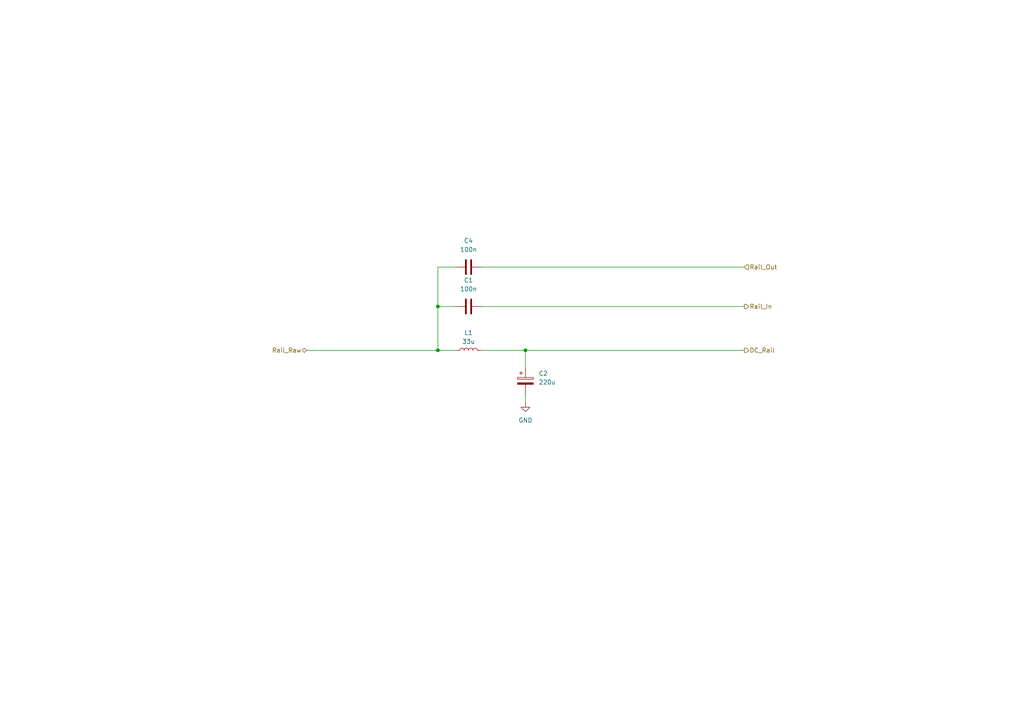
<source format=kicad_sch>
(kicad_sch (version 20230121) (generator eeschema)
  (paper "A4")
  (title_block (title "Rail Interface Filter") (rev "A") (company "Sebastian Oberschwendtner") (comment 1 "OTP-24 oTrain Control - Rail Transceiver") (comment 2 "www.github.com/SebastianOberschwendtner/OTP24-oTrainControl"))
  (lib_symbols
    (symbol "Device:C" (pin_numbers hide) (pin_names (offset 0.254))
      (property "Reference" "C" (at 0.635 2.54 0))
      (property "Value" "C" (at 0.635 -2.54 0))
      (symbol "C_0_1"
        (polyline (pts (xy -2.032 -0.762) (xy 2.032 -0.762)) (stroke (width 0.508)))
        (polyline (pts (xy -2.032 0.762) (xy 2.032 0.762)) (stroke (width 0.508)))
      )
      (symbol "C_1_1"
        (pin passive line (at 0 3.81 270) (length 2.794) (name "~") (number "1"))
        (pin passive line (at 0 -3.81 90) (length 2.794) (name "~") (number "2"))
      )
    )
    (symbol "Device:C_Polarized" (pin_numbers hide) (pin_names (offset 0.254))
      (property "Reference" "C" (at 0.635 2.54 0))
      (property "Value" "C_Polarized" (at 0.635 -2.54 0))
      (symbol "C_Polarized_0_1"
        (rectangle (start -2.286 0.508) (end 2.286 1.016))
        (polyline (pts (xy -1.778 2.286) (xy -0.762 2.286)))
        (polyline (pts (xy -1.27 2.794) (xy -1.27 1.778)))
        (rectangle (start 2.286 -0.508) (end -2.286 -1.016) (fill (type outline)))
      )
      (symbol "C_Polarized_1_1"
        (pin passive line (at 0 3.81 270) (length 2.794) (name "~") (number "1"))
        (pin passive line (at 0 -3.81 90) (length 2.794) (name "~") (number "2"))
      )
    )
    (symbol "Device:L" (pin_numbers hide) (pin_names (offset 1.016) hide)
      (property "Reference" "L" (at -1.27 0 90))
      (property "Value" "L" (at 1.905 0 90))
      (symbol "L_0_1"
        (arc (start 0 -2.54) (mid 0.6323 -1.905) (end 0 -1.27))
        (arc (start 0 -1.27) (mid 0.6323 -0.635) (end 0 0))
        (arc (start 0 0) (mid 0.6323 0.635) (end 0 1.27))
        (arc (start 0 1.27) (mid 0.6323 1.905) (end 0 2.54))
      )
      (symbol "L_1_1"
        (pin passive line (at 0 3.81 270) (length 1.27) (name "1") (number "1"))
        (pin passive line (at 0 -3.81 90) (length 1.27) (name "2") (number "2"))
      )
    )
    (symbol "power:GND" (power) (pin_names (offset 0))
      (property "Value" "GND" (at 0 -3.81 0))
      (symbol "GND_0_1"
        (polyline (pts (xy 0 0) (xy 0 -1.27) (xy 1.27 -1.27) (xy 0 -2.54) (xy -1.27 -1.27) (xy 0 -1.27)))
      )
      (symbol "GND_1_1"
        (pin power_in line (at 0 0 270) (length 0) hide (name "GND") (number "1"))
      )
    )
  )
  (junction (at 152.4 101.6))
  (junction (at 127 101.6))
  (junction (at 127 88.9))
  (wire (pts (xy 139.7 88.9) (xy 215.9 88.9)))
  (wire (pts (xy 139.7 101.6) (xy 152.4 101.6)))
  (wire (pts (xy 127 77.47) (xy 127 88.9)))
  (wire (pts (xy 132.08 88.9) (xy 127 88.9)))
  (wire (pts (xy 152.4 101.6) (xy 215.9 101.6)))
  (wire (pts (xy 152.4 101.6) (xy 152.4 106.68)))
  (wire (pts (xy 139.7 77.47) (xy 215.9 77.47)))
  (wire (pts (xy 127 101.6) (xy 132.08 101.6)))
  (wire (pts (xy 152.4 114.3) (xy 152.4 116.84)))
  (wire (pts (xy 127 88.9) (xy 127 101.6)))
  (wire (pts (xy 132.08 77.47) (xy 127 77.47)))
  (wire (pts (xy 88.9 101.6) (xy 127 101.6)))
  (hierarchical_label "DC_Rail" (shape output) (at 215.9 101.6 0))
  (hierarchical_label "Rail_Raw" (shape bidirectional) (at 88.9 101.6 180))
  (hierarchical_label "Rail_In" (shape output) (at 215.9 88.9 0))
  (hierarchical_label "Rail_Out" (shape input) (at 215.9 77.47 0))
  (symbol (lib_id "power:GND") (at 152.4 116.84 0) (unit 1)
    (property "Reference" "#PWR02" (effects hide))
    (property "Value" "GND" (at 152.4 121.92 0))
  )
  (symbol (lib_id "Device:C") (at 135.89 77.47 270) (unit 1)
    (property "Reference" "C4" (at 135.89 69.85 90))
    (property "Value" "100n" (at 135.89 72.39 90))
    (property "Footprint" "Capacitor_SMD:C_0805_2012Metric_Pad1.18x1.45mm_HandSolder" (effects hide))
  )
  (symbol (lib_id "Device:L") (at 135.89 101.6 90) (unit 1)
    (property "Reference" "L1" (at 135.89 96.52 90))
    (property "Value" "33u" (at 135.89 99.06 90))
    (property "Footprint" "Inductor_SMD_Custom:L_Bourns_SRN5040" (effects hide))
  )
  (symbol (lib_id "Device:C") (at 135.89 88.9 270) (unit 1)
    (property "Reference" "C1" (at 135.89 81.28 90))
    (property "Value" "100n" (at 135.89 83.82 90))
    (property "Footprint" "Capacitor_SMD:C_0805_2012Metric_Pad1.18x1.45mm_HandSolder" (effects hide))
  )
  (symbol (lib_id "Device:C_Polarized") (at 152.4 110.49 0) (unit 1)
    (property "Reference" "C2" (at 156.21 108.331 0) (effects (justify left)))
    (property "Value" "220u" (at 156.21 110.871 0) (effects (justify left)))
    (property "Footprint" "Capacitor_SMD:CP_Elec_6.3x7.7" (effects hide))
  )
)
</source>
